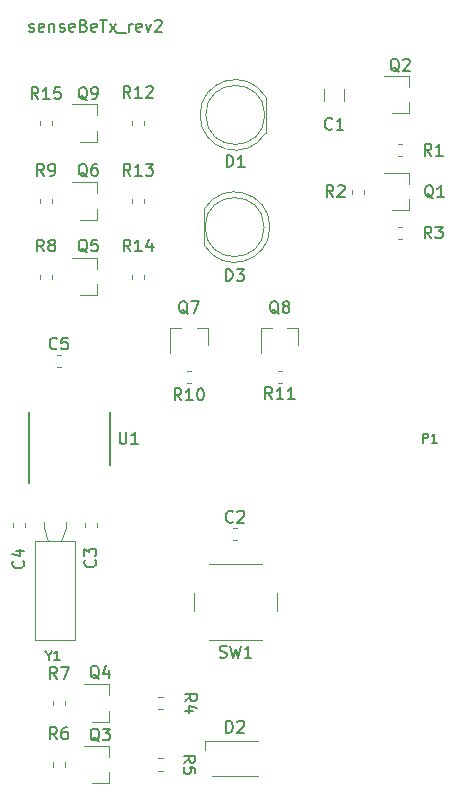
<source format=gto>
G04 #@! TF.GenerationSoftware,KiCad,Pcbnew,5.0.1-33cea8e~68~ubuntu16.04.1*
G04 #@! TF.CreationDate,2018-11-29T19:17:26+05:30*
G04 #@! TF.ProjectId,senseBeTx_rev2,73656E7365426554785F726576322E6B,rev?*
G04 #@! TF.SameCoordinates,Original*
G04 #@! TF.FileFunction,Legend,Top*
G04 #@! TF.FilePolarity,Positive*
%FSLAX46Y46*%
G04 Gerber Fmt 4.6, Leading zero omitted, Abs format (unit mm)*
G04 Created by KiCad (PCBNEW 5.0.1-33cea8e~68~ubuntu16.04.1) date Thu Nov 29 19:17:26 2018*
%MOMM*%
%LPD*%
G01*
G04 APERTURE LIST*
%ADD10C,0.150000*%
%ADD11C,0.120000*%
%ADD12C,0.127000*%
G04 APERTURE END LIST*
D10*
X15580952Y-122404761D02*
X15676190Y-122452380D01*
X15866666Y-122452380D01*
X15961904Y-122404761D01*
X16009523Y-122309523D01*
X16009523Y-122261904D01*
X15961904Y-122166666D01*
X15866666Y-122119047D01*
X15723809Y-122119047D01*
X15628571Y-122071428D01*
X15580952Y-121976190D01*
X15580952Y-121928571D01*
X15628571Y-121833333D01*
X15723809Y-121785714D01*
X15866666Y-121785714D01*
X15961904Y-121833333D01*
X16819047Y-122404761D02*
X16723809Y-122452380D01*
X16533333Y-122452380D01*
X16438095Y-122404761D01*
X16390476Y-122309523D01*
X16390476Y-121928571D01*
X16438095Y-121833333D01*
X16533333Y-121785714D01*
X16723809Y-121785714D01*
X16819047Y-121833333D01*
X16866666Y-121928571D01*
X16866666Y-122023809D01*
X16390476Y-122119047D01*
X17295238Y-121785714D02*
X17295238Y-122452380D01*
X17295238Y-121880952D02*
X17342857Y-121833333D01*
X17438095Y-121785714D01*
X17580952Y-121785714D01*
X17676190Y-121833333D01*
X17723809Y-121928571D01*
X17723809Y-122452380D01*
X18152380Y-122404761D02*
X18247619Y-122452380D01*
X18438095Y-122452380D01*
X18533333Y-122404761D01*
X18580952Y-122309523D01*
X18580952Y-122261904D01*
X18533333Y-122166666D01*
X18438095Y-122119047D01*
X18295238Y-122119047D01*
X18200000Y-122071428D01*
X18152380Y-121976190D01*
X18152380Y-121928571D01*
X18200000Y-121833333D01*
X18295238Y-121785714D01*
X18438095Y-121785714D01*
X18533333Y-121833333D01*
X19390476Y-122404761D02*
X19295238Y-122452380D01*
X19104761Y-122452380D01*
X19009523Y-122404761D01*
X18961904Y-122309523D01*
X18961904Y-121928571D01*
X19009523Y-121833333D01*
X19104761Y-121785714D01*
X19295238Y-121785714D01*
X19390476Y-121833333D01*
X19438095Y-121928571D01*
X19438095Y-122023809D01*
X18961904Y-122119047D01*
X20200000Y-121928571D02*
X20342857Y-121976190D01*
X20390476Y-122023809D01*
X20438095Y-122119047D01*
X20438095Y-122261904D01*
X20390476Y-122357142D01*
X20342857Y-122404761D01*
X20247619Y-122452380D01*
X19866666Y-122452380D01*
X19866666Y-121452380D01*
X20200000Y-121452380D01*
X20295238Y-121500000D01*
X20342857Y-121547619D01*
X20390476Y-121642857D01*
X20390476Y-121738095D01*
X20342857Y-121833333D01*
X20295238Y-121880952D01*
X20200000Y-121928571D01*
X19866666Y-121928571D01*
X21247619Y-122404761D02*
X21152380Y-122452380D01*
X20961904Y-122452380D01*
X20866666Y-122404761D01*
X20819047Y-122309523D01*
X20819047Y-121928571D01*
X20866666Y-121833333D01*
X20961904Y-121785714D01*
X21152380Y-121785714D01*
X21247619Y-121833333D01*
X21295238Y-121928571D01*
X21295238Y-122023809D01*
X20819047Y-122119047D01*
X21580952Y-121452380D02*
X22152380Y-121452380D01*
X21866666Y-122452380D02*
X21866666Y-121452380D01*
X22390476Y-122452380D02*
X22914285Y-121785714D01*
X22390476Y-121785714D02*
X22914285Y-122452380D01*
X23057142Y-122547619D02*
X23819047Y-122547619D01*
X24057142Y-122452380D02*
X24057142Y-121785714D01*
X24057142Y-121976190D02*
X24104761Y-121880952D01*
X24152380Y-121833333D01*
X24247619Y-121785714D01*
X24342857Y-121785714D01*
X25057142Y-122404761D02*
X24961904Y-122452380D01*
X24771428Y-122452380D01*
X24676190Y-122404761D01*
X24628571Y-122309523D01*
X24628571Y-121928571D01*
X24676190Y-121833333D01*
X24771428Y-121785714D01*
X24961904Y-121785714D01*
X25057142Y-121833333D01*
X25104761Y-121928571D01*
X25104761Y-122023809D01*
X24628571Y-122119047D01*
X25438095Y-121785714D02*
X25676190Y-122452380D01*
X25914285Y-121785714D01*
X26247619Y-121547619D02*
X26295238Y-121500000D01*
X26390476Y-121452380D01*
X26628571Y-121452380D01*
X26723809Y-121500000D01*
X26771428Y-121547619D01*
X26819047Y-121642857D01*
X26819047Y-121738095D01*
X26771428Y-121880952D01*
X26200000Y-122452380D01*
X26819047Y-122452380D01*
G04 #@! TO.C,U1*
X22450000Y-159125000D02*
X22450000Y-154675000D01*
X15550000Y-160650000D02*
X15550000Y-154675000D01*
D11*
G04 #@! TO.C,C1*
X40550000Y-127300000D02*
X40550000Y-128300000D01*
X42250000Y-128300000D02*
X42250000Y-127300000D01*
G04 #@! TO.C,C2*
X32828733Y-164490000D02*
X33171267Y-164490000D01*
X32828733Y-165510000D02*
X33171267Y-165510000D01*
G04 #@! TO.C,C3*
X21310000Y-164028733D02*
X21310000Y-164371267D01*
X20290000Y-164028733D02*
X20290000Y-164371267D01*
G04 #@! TO.C,C4*
X14190000Y-164028733D02*
X14190000Y-164371267D01*
X15210000Y-164028733D02*
X15210000Y-164371267D01*
G04 #@! TO.C,D1*
X30040000Y-129499538D02*
G75*
G03X35590000Y-131044830I2990000J-462D01*
G01*
X30040000Y-129500462D02*
G75*
G02X35590000Y-127955170I2990000J462D01*
G01*
X35530000Y-129500000D02*
G75*
G03X35530000Y-129500000I-2500000J0D01*
G01*
X35590000Y-131045000D02*
X35590000Y-127955000D01*
G04 #@! TO.C,D3*
X30410000Y-137455000D02*
X30410000Y-140545000D01*
X35470000Y-139000000D02*
G75*
G03X35470000Y-139000000I-2500000J0D01*
G01*
X35960000Y-139000462D02*
G75*
G03X30410000Y-137455170I-2990000J462D01*
G01*
X35960000Y-138999538D02*
G75*
G02X30410000Y-140544830I-2990000J-462D01*
G01*
G04 #@! TO.C,Q2*
X47760000Y-129380000D02*
X47760000Y-128450000D01*
X47760000Y-126220000D02*
X47760000Y-127150000D01*
X47760000Y-126220000D02*
X45600000Y-126220000D01*
X47760000Y-129380000D02*
X46300000Y-129380000D01*
G04 #@! TO.C,Q3*
X22360000Y-186080000D02*
X20900000Y-186080000D01*
X22360000Y-182920000D02*
X20200000Y-182920000D01*
X22360000Y-182920000D02*
X22360000Y-183850000D01*
X22360000Y-186080000D02*
X22360000Y-185150000D01*
G04 #@! TO.C,Q4*
X22360000Y-180880000D02*
X22360000Y-179950000D01*
X22360000Y-177720000D02*
X22360000Y-178650000D01*
X22360000Y-177720000D02*
X20200000Y-177720000D01*
X22360000Y-180880000D02*
X20900000Y-180880000D01*
G04 #@! TO.C,Q5*
X21360000Y-144780000D02*
X19900000Y-144780000D01*
X21360000Y-141620000D02*
X19200000Y-141620000D01*
X21360000Y-141620000D02*
X21360000Y-142550000D01*
X21360000Y-144780000D02*
X21360000Y-143850000D01*
G04 #@! TO.C,Q6*
X21360000Y-138380000D02*
X21360000Y-137450000D01*
X21360000Y-135220000D02*
X21360000Y-136150000D01*
X21360000Y-135220000D02*
X19200000Y-135220000D01*
X21360000Y-138380000D02*
X19900000Y-138380000D01*
G04 #@! TO.C,Q7*
X30680000Y-147540000D02*
X30680000Y-149000000D01*
X27520000Y-147540000D02*
X27520000Y-149700000D01*
X27520000Y-147540000D02*
X28450000Y-147540000D01*
X30680000Y-147540000D02*
X29750000Y-147540000D01*
G04 #@! TO.C,Q8*
X38380000Y-147540000D02*
X37450000Y-147540000D01*
X35220000Y-147540000D02*
X36150000Y-147540000D01*
X35220000Y-147540000D02*
X35220000Y-149700000D01*
X38380000Y-147540000D02*
X38380000Y-149000000D01*
G04 #@! TO.C,R1*
X46828733Y-133010000D02*
X47171267Y-133010000D01*
X46828733Y-131990000D02*
X47171267Y-131990000D01*
G04 #@! TO.C,R2*
X42890000Y-136171267D02*
X42890000Y-135828733D01*
X43910000Y-136171267D02*
X43910000Y-135828733D01*
G04 #@! TO.C,R3*
X46828733Y-140010000D02*
X47171267Y-140010000D01*
X46828733Y-138990000D02*
X47171267Y-138990000D01*
G04 #@! TO.C,R4*
X26528733Y-179810000D02*
X26871267Y-179810000D01*
X26528733Y-178790000D02*
X26871267Y-178790000D01*
G04 #@! TO.C,R5*
X26528733Y-183990000D02*
X26871267Y-183990000D01*
X26528733Y-185010000D02*
X26871267Y-185010000D01*
G04 #@! TO.C,R6*
X18610000Y-184671267D02*
X18610000Y-184328733D01*
X17590000Y-184671267D02*
X17590000Y-184328733D01*
G04 #@! TO.C,R7*
X17590000Y-179471267D02*
X17590000Y-179128733D01*
X18610000Y-179471267D02*
X18610000Y-179128733D01*
G04 #@! TO.C,R8*
X17510000Y-143028733D02*
X17510000Y-143371267D01*
X16490000Y-143028733D02*
X16490000Y-143371267D01*
G04 #@! TO.C,R9*
X16490000Y-136628733D02*
X16490000Y-136971267D01*
X17510000Y-136628733D02*
X17510000Y-136971267D01*
G04 #@! TO.C,R10*
X29271267Y-152210000D02*
X28928733Y-152210000D01*
X29271267Y-151190000D02*
X28928733Y-151190000D01*
G04 #@! TO.C,R11*
X36971267Y-152210000D02*
X36628733Y-152210000D01*
X36971267Y-151190000D02*
X36628733Y-151190000D01*
G04 #@! TO.C,R12*
X25310000Y-130371267D02*
X25310000Y-130028733D01*
X24290000Y-130371267D02*
X24290000Y-130028733D01*
G04 #@! TO.C,R13*
X24290000Y-136971267D02*
X24290000Y-136628733D01*
X25310000Y-136971267D02*
X25310000Y-136628733D01*
G04 #@! TO.C,Y1*
X16050000Y-165600000D02*
X16050000Y-174000000D01*
X16050000Y-174000000D02*
X19450000Y-174000000D01*
X19450000Y-174000000D02*
X19450000Y-165600000D01*
X19450000Y-165600000D02*
X16050000Y-165600000D01*
X17205000Y-165600000D02*
X16800000Y-164450000D01*
X16800000Y-164450000D02*
X16800000Y-164000000D01*
X18295000Y-165600000D02*
X18700000Y-164450000D01*
X18700000Y-164450000D02*
X18700000Y-164000000D01*
G04 #@! TO.C,C5*
X18271267Y-150810000D02*
X17928733Y-150810000D01*
X18271267Y-149790000D02*
X17928733Y-149790000D01*
G04 #@! TO.C,D2*
X30500000Y-183300000D02*
X30500000Y-182500000D01*
X30499956Y-182500000D02*
X34950000Y-182500000D01*
X31050000Y-185500000D02*
X34950000Y-185500000D01*
G04 #@! TO.C,R14*
X25310000Y-143371267D02*
X25310000Y-143028733D01*
X24290000Y-143371267D02*
X24290000Y-143028733D01*
G04 #@! TO.C,R15*
X17510000Y-130028733D02*
X17510000Y-130371267D01*
X16490000Y-130028733D02*
X16490000Y-130371267D01*
G04 #@! TO.C,Q1*
X47760000Y-137580000D02*
X47760000Y-136650000D01*
X47760000Y-134420000D02*
X47760000Y-135350000D01*
X47760000Y-134420000D02*
X45600000Y-134420000D01*
X47760000Y-137580000D02*
X46300000Y-137580000D01*
G04 #@! TO.C,Q9*
X21360000Y-131780000D02*
X21360000Y-130850000D01*
X21360000Y-128620000D02*
X21360000Y-129550000D01*
X21360000Y-128620000D02*
X19200000Y-128620000D01*
X21360000Y-131780000D02*
X19900000Y-131780000D01*
G04 #@! TO.C,SW1*
X35300000Y-167500000D02*
X30800000Y-167500000D01*
X36550000Y-171500000D02*
X36550000Y-170000000D01*
X30800000Y-174000000D02*
X35300000Y-174000000D01*
X29550000Y-170000000D02*
X29550000Y-171500000D01*
G04 #@! TO.C,U1*
D10*
X23238095Y-156352380D02*
X23238095Y-157161904D01*
X23285714Y-157257142D01*
X23333333Y-157304761D01*
X23428571Y-157352380D01*
X23619047Y-157352380D01*
X23714285Y-157304761D01*
X23761904Y-157257142D01*
X23809523Y-157161904D01*
X23809523Y-156352380D01*
X24809523Y-157352380D02*
X24238095Y-157352380D01*
X24523809Y-157352380D02*
X24523809Y-156352380D01*
X24428571Y-156495238D01*
X24333333Y-156590476D01*
X24238095Y-156638095D01*
G04 #@! TO.C,C1*
X41233333Y-130657142D02*
X41185714Y-130704761D01*
X41042857Y-130752380D01*
X40947619Y-130752380D01*
X40804761Y-130704761D01*
X40709523Y-130609523D01*
X40661904Y-130514285D01*
X40614285Y-130323809D01*
X40614285Y-130180952D01*
X40661904Y-129990476D01*
X40709523Y-129895238D01*
X40804761Y-129800000D01*
X40947619Y-129752380D01*
X41042857Y-129752380D01*
X41185714Y-129800000D01*
X41233333Y-129847619D01*
X42185714Y-130752380D02*
X41614285Y-130752380D01*
X41900000Y-130752380D02*
X41900000Y-129752380D01*
X41804761Y-129895238D01*
X41709523Y-129990476D01*
X41614285Y-130038095D01*
G04 #@! TO.C,C2*
X32833333Y-163927142D02*
X32785714Y-163974761D01*
X32642857Y-164022380D01*
X32547619Y-164022380D01*
X32404761Y-163974761D01*
X32309523Y-163879523D01*
X32261904Y-163784285D01*
X32214285Y-163593809D01*
X32214285Y-163450952D01*
X32261904Y-163260476D01*
X32309523Y-163165238D01*
X32404761Y-163070000D01*
X32547619Y-163022380D01*
X32642857Y-163022380D01*
X32785714Y-163070000D01*
X32833333Y-163117619D01*
X33214285Y-163117619D02*
X33261904Y-163070000D01*
X33357142Y-163022380D01*
X33595238Y-163022380D01*
X33690476Y-163070000D01*
X33738095Y-163117619D01*
X33785714Y-163212857D01*
X33785714Y-163308095D01*
X33738095Y-163450952D01*
X33166666Y-164022380D01*
X33785714Y-164022380D01*
G04 #@! TO.C,C3*
X21157142Y-167166666D02*
X21204761Y-167214285D01*
X21252380Y-167357142D01*
X21252380Y-167452380D01*
X21204761Y-167595238D01*
X21109523Y-167690476D01*
X21014285Y-167738095D01*
X20823809Y-167785714D01*
X20680952Y-167785714D01*
X20490476Y-167738095D01*
X20395238Y-167690476D01*
X20300000Y-167595238D01*
X20252380Y-167452380D01*
X20252380Y-167357142D01*
X20300000Y-167214285D01*
X20347619Y-167166666D01*
X20252380Y-166833333D02*
X20252380Y-166214285D01*
X20633333Y-166547619D01*
X20633333Y-166404761D01*
X20680952Y-166309523D01*
X20728571Y-166261904D01*
X20823809Y-166214285D01*
X21061904Y-166214285D01*
X21157142Y-166261904D01*
X21204761Y-166309523D01*
X21252380Y-166404761D01*
X21252380Y-166690476D01*
X21204761Y-166785714D01*
X21157142Y-166833333D01*
G04 #@! TO.C,C4*
X15057142Y-167266666D02*
X15104761Y-167314285D01*
X15152380Y-167457142D01*
X15152380Y-167552380D01*
X15104761Y-167695238D01*
X15009523Y-167790476D01*
X14914285Y-167838095D01*
X14723809Y-167885714D01*
X14580952Y-167885714D01*
X14390476Y-167838095D01*
X14295238Y-167790476D01*
X14200000Y-167695238D01*
X14152380Y-167552380D01*
X14152380Y-167457142D01*
X14200000Y-167314285D01*
X14247619Y-167266666D01*
X14485714Y-166409523D02*
X15152380Y-166409523D01*
X14104761Y-166647619D02*
X14819047Y-166885714D01*
X14819047Y-166266666D01*
G04 #@! TO.C,D1*
X32291904Y-133912380D02*
X32291904Y-132912380D01*
X32530000Y-132912380D01*
X32672857Y-132960000D01*
X32768095Y-133055238D01*
X32815714Y-133150476D01*
X32863333Y-133340952D01*
X32863333Y-133483809D01*
X32815714Y-133674285D01*
X32768095Y-133769523D01*
X32672857Y-133864761D01*
X32530000Y-133912380D01*
X32291904Y-133912380D01*
X33815714Y-133912380D02*
X33244285Y-133912380D01*
X33530000Y-133912380D02*
X33530000Y-132912380D01*
X33434761Y-133055238D01*
X33339523Y-133150476D01*
X33244285Y-133198095D01*
G04 #@! TO.C,D3*
X32231904Y-143552380D02*
X32231904Y-142552380D01*
X32470000Y-142552380D01*
X32612857Y-142600000D01*
X32708095Y-142695238D01*
X32755714Y-142790476D01*
X32803333Y-142980952D01*
X32803333Y-143123809D01*
X32755714Y-143314285D01*
X32708095Y-143409523D01*
X32612857Y-143504761D01*
X32470000Y-143552380D01*
X32231904Y-143552380D01*
X33136666Y-142552380D02*
X33755714Y-142552380D01*
X33422380Y-142933333D01*
X33565238Y-142933333D01*
X33660476Y-142980952D01*
X33708095Y-143028571D01*
X33755714Y-143123809D01*
X33755714Y-143361904D01*
X33708095Y-143457142D01*
X33660476Y-143504761D01*
X33565238Y-143552380D01*
X33279523Y-143552380D01*
X33184285Y-143504761D01*
X33136666Y-143457142D01*
G04 #@! TO.C,*
G04 #@! TO.C,P1*
D12*
X48937571Y-157244714D02*
X48937571Y-156482714D01*
X49227857Y-156482714D01*
X49300428Y-156519000D01*
X49336714Y-156555285D01*
X49373000Y-156627857D01*
X49373000Y-156736714D01*
X49336714Y-156809285D01*
X49300428Y-156845571D01*
X49227857Y-156881857D01*
X48937571Y-156881857D01*
X50098714Y-157244714D02*
X49663285Y-157244714D01*
X49881000Y-157244714D02*
X49881000Y-156482714D01*
X49808428Y-156591571D01*
X49735857Y-156664142D01*
X49663285Y-156700428D01*
G04 #@! TO.C,Q2*
D10*
X46904761Y-125847619D02*
X46809523Y-125800000D01*
X46714285Y-125704761D01*
X46571428Y-125561904D01*
X46476190Y-125514285D01*
X46380952Y-125514285D01*
X46428571Y-125752380D02*
X46333333Y-125704761D01*
X46238095Y-125609523D01*
X46190476Y-125419047D01*
X46190476Y-125085714D01*
X46238095Y-124895238D01*
X46333333Y-124800000D01*
X46428571Y-124752380D01*
X46619047Y-124752380D01*
X46714285Y-124800000D01*
X46809523Y-124895238D01*
X46857142Y-125085714D01*
X46857142Y-125419047D01*
X46809523Y-125609523D01*
X46714285Y-125704761D01*
X46619047Y-125752380D01*
X46428571Y-125752380D01*
X47238095Y-124847619D02*
X47285714Y-124800000D01*
X47380952Y-124752380D01*
X47619047Y-124752380D01*
X47714285Y-124800000D01*
X47761904Y-124847619D01*
X47809523Y-124942857D01*
X47809523Y-125038095D01*
X47761904Y-125180952D01*
X47190476Y-125752380D01*
X47809523Y-125752380D01*
G04 #@! TO.C,Q3*
X21504761Y-182547619D02*
X21409523Y-182500000D01*
X21314285Y-182404761D01*
X21171428Y-182261904D01*
X21076190Y-182214285D01*
X20980952Y-182214285D01*
X21028571Y-182452380D02*
X20933333Y-182404761D01*
X20838095Y-182309523D01*
X20790476Y-182119047D01*
X20790476Y-181785714D01*
X20838095Y-181595238D01*
X20933333Y-181500000D01*
X21028571Y-181452380D01*
X21219047Y-181452380D01*
X21314285Y-181500000D01*
X21409523Y-181595238D01*
X21457142Y-181785714D01*
X21457142Y-182119047D01*
X21409523Y-182309523D01*
X21314285Y-182404761D01*
X21219047Y-182452380D01*
X21028571Y-182452380D01*
X21790476Y-181452380D02*
X22409523Y-181452380D01*
X22076190Y-181833333D01*
X22219047Y-181833333D01*
X22314285Y-181880952D01*
X22361904Y-181928571D01*
X22409523Y-182023809D01*
X22409523Y-182261904D01*
X22361904Y-182357142D01*
X22314285Y-182404761D01*
X22219047Y-182452380D01*
X21933333Y-182452380D01*
X21838095Y-182404761D01*
X21790476Y-182357142D01*
G04 #@! TO.C,Q4*
X21504761Y-177247619D02*
X21409523Y-177200000D01*
X21314285Y-177104761D01*
X21171428Y-176961904D01*
X21076190Y-176914285D01*
X20980952Y-176914285D01*
X21028571Y-177152380D02*
X20933333Y-177104761D01*
X20838095Y-177009523D01*
X20790476Y-176819047D01*
X20790476Y-176485714D01*
X20838095Y-176295238D01*
X20933333Y-176200000D01*
X21028571Y-176152380D01*
X21219047Y-176152380D01*
X21314285Y-176200000D01*
X21409523Y-176295238D01*
X21457142Y-176485714D01*
X21457142Y-176819047D01*
X21409523Y-177009523D01*
X21314285Y-177104761D01*
X21219047Y-177152380D01*
X21028571Y-177152380D01*
X22314285Y-176485714D02*
X22314285Y-177152380D01*
X22076190Y-176104761D02*
X21838095Y-176819047D01*
X22457142Y-176819047D01*
G04 #@! TO.C,Q5*
X20504761Y-141147619D02*
X20409523Y-141100000D01*
X20314285Y-141004761D01*
X20171428Y-140861904D01*
X20076190Y-140814285D01*
X19980952Y-140814285D01*
X20028571Y-141052380D02*
X19933333Y-141004761D01*
X19838095Y-140909523D01*
X19790476Y-140719047D01*
X19790476Y-140385714D01*
X19838095Y-140195238D01*
X19933333Y-140100000D01*
X20028571Y-140052380D01*
X20219047Y-140052380D01*
X20314285Y-140100000D01*
X20409523Y-140195238D01*
X20457142Y-140385714D01*
X20457142Y-140719047D01*
X20409523Y-140909523D01*
X20314285Y-141004761D01*
X20219047Y-141052380D01*
X20028571Y-141052380D01*
X21361904Y-140052380D02*
X20885714Y-140052380D01*
X20838095Y-140528571D01*
X20885714Y-140480952D01*
X20980952Y-140433333D01*
X21219047Y-140433333D01*
X21314285Y-140480952D01*
X21361904Y-140528571D01*
X21409523Y-140623809D01*
X21409523Y-140861904D01*
X21361904Y-140957142D01*
X21314285Y-141004761D01*
X21219047Y-141052380D01*
X20980952Y-141052380D01*
X20885714Y-141004761D01*
X20838095Y-140957142D01*
G04 #@! TO.C,Q6*
X20504761Y-134747619D02*
X20409523Y-134700000D01*
X20314285Y-134604761D01*
X20171428Y-134461904D01*
X20076190Y-134414285D01*
X19980952Y-134414285D01*
X20028571Y-134652380D02*
X19933333Y-134604761D01*
X19838095Y-134509523D01*
X19790476Y-134319047D01*
X19790476Y-133985714D01*
X19838095Y-133795238D01*
X19933333Y-133700000D01*
X20028571Y-133652380D01*
X20219047Y-133652380D01*
X20314285Y-133700000D01*
X20409523Y-133795238D01*
X20457142Y-133985714D01*
X20457142Y-134319047D01*
X20409523Y-134509523D01*
X20314285Y-134604761D01*
X20219047Y-134652380D01*
X20028571Y-134652380D01*
X21314285Y-133652380D02*
X21123809Y-133652380D01*
X21028571Y-133700000D01*
X20980952Y-133747619D01*
X20885714Y-133890476D01*
X20838095Y-134080952D01*
X20838095Y-134461904D01*
X20885714Y-134557142D01*
X20933333Y-134604761D01*
X21028571Y-134652380D01*
X21219047Y-134652380D01*
X21314285Y-134604761D01*
X21361904Y-134557142D01*
X21409523Y-134461904D01*
X21409523Y-134223809D01*
X21361904Y-134128571D01*
X21314285Y-134080952D01*
X21219047Y-134033333D01*
X21028571Y-134033333D01*
X20933333Y-134080952D01*
X20885714Y-134128571D01*
X20838095Y-134223809D01*
G04 #@! TO.C,Q7*
X29004761Y-146347619D02*
X28909523Y-146300000D01*
X28814285Y-146204761D01*
X28671428Y-146061904D01*
X28576190Y-146014285D01*
X28480952Y-146014285D01*
X28528571Y-146252380D02*
X28433333Y-146204761D01*
X28338095Y-146109523D01*
X28290476Y-145919047D01*
X28290476Y-145585714D01*
X28338095Y-145395238D01*
X28433333Y-145300000D01*
X28528571Y-145252380D01*
X28719047Y-145252380D01*
X28814285Y-145300000D01*
X28909523Y-145395238D01*
X28957142Y-145585714D01*
X28957142Y-145919047D01*
X28909523Y-146109523D01*
X28814285Y-146204761D01*
X28719047Y-146252380D01*
X28528571Y-146252380D01*
X29290476Y-145252380D02*
X29957142Y-145252380D01*
X29528571Y-146252380D01*
G04 #@! TO.C,Q8*
X36704761Y-146347619D02*
X36609523Y-146300000D01*
X36514285Y-146204761D01*
X36371428Y-146061904D01*
X36276190Y-146014285D01*
X36180952Y-146014285D01*
X36228571Y-146252380D02*
X36133333Y-146204761D01*
X36038095Y-146109523D01*
X35990476Y-145919047D01*
X35990476Y-145585714D01*
X36038095Y-145395238D01*
X36133333Y-145300000D01*
X36228571Y-145252380D01*
X36419047Y-145252380D01*
X36514285Y-145300000D01*
X36609523Y-145395238D01*
X36657142Y-145585714D01*
X36657142Y-145919047D01*
X36609523Y-146109523D01*
X36514285Y-146204761D01*
X36419047Y-146252380D01*
X36228571Y-146252380D01*
X37228571Y-145680952D02*
X37133333Y-145633333D01*
X37085714Y-145585714D01*
X37038095Y-145490476D01*
X37038095Y-145442857D01*
X37085714Y-145347619D01*
X37133333Y-145300000D01*
X37228571Y-145252380D01*
X37419047Y-145252380D01*
X37514285Y-145300000D01*
X37561904Y-145347619D01*
X37609523Y-145442857D01*
X37609523Y-145490476D01*
X37561904Y-145585714D01*
X37514285Y-145633333D01*
X37419047Y-145680952D01*
X37228571Y-145680952D01*
X37133333Y-145728571D01*
X37085714Y-145776190D01*
X37038095Y-145871428D01*
X37038095Y-146061904D01*
X37085714Y-146157142D01*
X37133333Y-146204761D01*
X37228571Y-146252380D01*
X37419047Y-146252380D01*
X37514285Y-146204761D01*
X37561904Y-146157142D01*
X37609523Y-146061904D01*
X37609523Y-145871428D01*
X37561904Y-145776190D01*
X37514285Y-145728571D01*
X37419047Y-145680952D01*
G04 #@! TO.C,R1*
X49633333Y-132952380D02*
X49300000Y-132476190D01*
X49061904Y-132952380D02*
X49061904Y-131952380D01*
X49442857Y-131952380D01*
X49538095Y-132000000D01*
X49585714Y-132047619D01*
X49633333Y-132142857D01*
X49633333Y-132285714D01*
X49585714Y-132380952D01*
X49538095Y-132428571D01*
X49442857Y-132476190D01*
X49061904Y-132476190D01*
X50585714Y-132952380D02*
X50014285Y-132952380D01*
X50300000Y-132952380D02*
X50300000Y-131952380D01*
X50204761Y-132095238D01*
X50109523Y-132190476D01*
X50014285Y-132238095D01*
G04 #@! TO.C,R2*
X41333333Y-136452380D02*
X41000000Y-135976190D01*
X40761904Y-136452380D02*
X40761904Y-135452380D01*
X41142857Y-135452380D01*
X41238095Y-135500000D01*
X41285714Y-135547619D01*
X41333333Y-135642857D01*
X41333333Y-135785714D01*
X41285714Y-135880952D01*
X41238095Y-135928571D01*
X41142857Y-135976190D01*
X40761904Y-135976190D01*
X41714285Y-135547619D02*
X41761904Y-135500000D01*
X41857142Y-135452380D01*
X42095238Y-135452380D01*
X42190476Y-135500000D01*
X42238095Y-135547619D01*
X42285714Y-135642857D01*
X42285714Y-135738095D01*
X42238095Y-135880952D01*
X41666666Y-136452380D01*
X42285714Y-136452380D01*
G04 #@! TO.C,R3*
X49633333Y-139952380D02*
X49300000Y-139476190D01*
X49061904Y-139952380D02*
X49061904Y-138952380D01*
X49442857Y-138952380D01*
X49538095Y-139000000D01*
X49585714Y-139047619D01*
X49633333Y-139142857D01*
X49633333Y-139285714D01*
X49585714Y-139380952D01*
X49538095Y-139428571D01*
X49442857Y-139476190D01*
X49061904Y-139476190D01*
X49966666Y-138952380D02*
X50585714Y-138952380D01*
X50252380Y-139333333D01*
X50395238Y-139333333D01*
X50490476Y-139380952D01*
X50538095Y-139428571D01*
X50585714Y-139523809D01*
X50585714Y-139761904D01*
X50538095Y-139857142D01*
X50490476Y-139904761D01*
X50395238Y-139952380D01*
X50109523Y-139952380D01*
X50014285Y-139904761D01*
X49966666Y-139857142D01*
G04 #@! TO.C,R4*
X28747619Y-179133333D02*
X29223809Y-178800000D01*
X28747619Y-178561904D02*
X29747619Y-178561904D01*
X29747619Y-178942857D01*
X29700000Y-179038095D01*
X29652380Y-179085714D01*
X29557142Y-179133333D01*
X29414285Y-179133333D01*
X29319047Y-179085714D01*
X29271428Y-179038095D01*
X29223809Y-178942857D01*
X29223809Y-178561904D01*
X29414285Y-179990476D02*
X28747619Y-179990476D01*
X29795238Y-179752380D02*
X29080952Y-179514285D01*
X29080952Y-180133333D01*
G04 #@! TO.C,R5*
X28647619Y-184333333D02*
X29123809Y-184000000D01*
X28647619Y-183761904D02*
X29647619Y-183761904D01*
X29647619Y-184142857D01*
X29600000Y-184238095D01*
X29552380Y-184285714D01*
X29457142Y-184333333D01*
X29314285Y-184333333D01*
X29219047Y-184285714D01*
X29171428Y-184238095D01*
X29123809Y-184142857D01*
X29123809Y-183761904D01*
X29647619Y-185238095D02*
X29647619Y-184761904D01*
X29171428Y-184714285D01*
X29219047Y-184761904D01*
X29266666Y-184857142D01*
X29266666Y-185095238D01*
X29219047Y-185190476D01*
X29171428Y-185238095D01*
X29076190Y-185285714D01*
X28838095Y-185285714D01*
X28742857Y-185238095D01*
X28695238Y-185190476D01*
X28647619Y-185095238D01*
X28647619Y-184857142D01*
X28695238Y-184761904D01*
X28742857Y-184714285D01*
G04 #@! TO.C,R6*
X17933333Y-182352380D02*
X17600000Y-181876190D01*
X17361904Y-182352380D02*
X17361904Y-181352380D01*
X17742857Y-181352380D01*
X17838095Y-181400000D01*
X17885714Y-181447619D01*
X17933333Y-181542857D01*
X17933333Y-181685714D01*
X17885714Y-181780952D01*
X17838095Y-181828571D01*
X17742857Y-181876190D01*
X17361904Y-181876190D01*
X18790476Y-181352380D02*
X18600000Y-181352380D01*
X18504761Y-181400000D01*
X18457142Y-181447619D01*
X18361904Y-181590476D01*
X18314285Y-181780952D01*
X18314285Y-182161904D01*
X18361904Y-182257142D01*
X18409523Y-182304761D01*
X18504761Y-182352380D01*
X18695238Y-182352380D01*
X18790476Y-182304761D01*
X18838095Y-182257142D01*
X18885714Y-182161904D01*
X18885714Y-181923809D01*
X18838095Y-181828571D01*
X18790476Y-181780952D01*
X18695238Y-181733333D01*
X18504761Y-181733333D01*
X18409523Y-181780952D01*
X18361904Y-181828571D01*
X18314285Y-181923809D01*
G04 #@! TO.C,R7*
X17933333Y-177252380D02*
X17600000Y-176776190D01*
X17361904Y-177252380D02*
X17361904Y-176252380D01*
X17742857Y-176252380D01*
X17838095Y-176300000D01*
X17885714Y-176347619D01*
X17933333Y-176442857D01*
X17933333Y-176585714D01*
X17885714Y-176680952D01*
X17838095Y-176728571D01*
X17742857Y-176776190D01*
X17361904Y-176776190D01*
X18266666Y-176252380D02*
X18933333Y-176252380D01*
X18504761Y-177252380D01*
G04 #@! TO.C,R8*
X16833333Y-141052380D02*
X16500000Y-140576190D01*
X16261904Y-141052380D02*
X16261904Y-140052380D01*
X16642857Y-140052380D01*
X16738095Y-140100000D01*
X16785714Y-140147619D01*
X16833333Y-140242857D01*
X16833333Y-140385714D01*
X16785714Y-140480952D01*
X16738095Y-140528571D01*
X16642857Y-140576190D01*
X16261904Y-140576190D01*
X17404761Y-140480952D02*
X17309523Y-140433333D01*
X17261904Y-140385714D01*
X17214285Y-140290476D01*
X17214285Y-140242857D01*
X17261904Y-140147619D01*
X17309523Y-140100000D01*
X17404761Y-140052380D01*
X17595238Y-140052380D01*
X17690476Y-140100000D01*
X17738095Y-140147619D01*
X17785714Y-140242857D01*
X17785714Y-140290476D01*
X17738095Y-140385714D01*
X17690476Y-140433333D01*
X17595238Y-140480952D01*
X17404761Y-140480952D01*
X17309523Y-140528571D01*
X17261904Y-140576190D01*
X17214285Y-140671428D01*
X17214285Y-140861904D01*
X17261904Y-140957142D01*
X17309523Y-141004761D01*
X17404761Y-141052380D01*
X17595238Y-141052380D01*
X17690476Y-141004761D01*
X17738095Y-140957142D01*
X17785714Y-140861904D01*
X17785714Y-140671428D01*
X17738095Y-140576190D01*
X17690476Y-140528571D01*
X17595238Y-140480952D01*
G04 #@! TO.C,R9*
X16833333Y-134652380D02*
X16500000Y-134176190D01*
X16261904Y-134652380D02*
X16261904Y-133652380D01*
X16642857Y-133652380D01*
X16738095Y-133700000D01*
X16785714Y-133747619D01*
X16833333Y-133842857D01*
X16833333Y-133985714D01*
X16785714Y-134080952D01*
X16738095Y-134128571D01*
X16642857Y-134176190D01*
X16261904Y-134176190D01*
X17309523Y-134652380D02*
X17500000Y-134652380D01*
X17595238Y-134604761D01*
X17642857Y-134557142D01*
X17738095Y-134414285D01*
X17785714Y-134223809D01*
X17785714Y-133842857D01*
X17738095Y-133747619D01*
X17690476Y-133700000D01*
X17595238Y-133652380D01*
X17404761Y-133652380D01*
X17309523Y-133700000D01*
X17261904Y-133747619D01*
X17214285Y-133842857D01*
X17214285Y-134080952D01*
X17261904Y-134176190D01*
X17309523Y-134223809D01*
X17404761Y-134271428D01*
X17595238Y-134271428D01*
X17690476Y-134223809D01*
X17738095Y-134176190D01*
X17785714Y-134080952D01*
G04 #@! TO.C,R10*
X28457142Y-153652380D02*
X28123809Y-153176190D01*
X27885714Y-153652380D02*
X27885714Y-152652380D01*
X28266666Y-152652380D01*
X28361904Y-152700000D01*
X28409523Y-152747619D01*
X28457142Y-152842857D01*
X28457142Y-152985714D01*
X28409523Y-153080952D01*
X28361904Y-153128571D01*
X28266666Y-153176190D01*
X27885714Y-153176190D01*
X29409523Y-153652380D02*
X28838095Y-153652380D01*
X29123809Y-153652380D02*
X29123809Y-152652380D01*
X29028571Y-152795238D01*
X28933333Y-152890476D01*
X28838095Y-152938095D01*
X30028571Y-152652380D02*
X30123809Y-152652380D01*
X30219047Y-152700000D01*
X30266666Y-152747619D01*
X30314285Y-152842857D01*
X30361904Y-153033333D01*
X30361904Y-153271428D01*
X30314285Y-153461904D01*
X30266666Y-153557142D01*
X30219047Y-153604761D01*
X30123809Y-153652380D01*
X30028571Y-153652380D01*
X29933333Y-153604761D01*
X29885714Y-153557142D01*
X29838095Y-153461904D01*
X29790476Y-153271428D01*
X29790476Y-153033333D01*
X29838095Y-152842857D01*
X29885714Y-152747619D01*
X29933333Y-152700000D01*
X30028571Y-152652380D01*
G04 #@! TO.C,R11*
X36157142Y-153552380D02*
X35823809Y-153076190D01*
X35585714Y-153552380D02*
X35585714Y-152552380D01*
X35966666Y-152552380D01*
X36061904Y-152600000D01*
X36109523Y-152647619D01*
X36157142Y-152742857D01*
X36157142Y-152885714D01*
X36109523Y-152980952D01*
X36061904Y-153028571D01*
X35966666Y-153076190D01*
X35585714Y-153076190D01*
X37109523Y-153552380D02*
X36538095Y-153552380D01*
X36823809Y-153552380D02*
X36823809Y-152552380D01*
X36728571Y-152695238D01*
X36633333Y-152790476D01*
X36538095Y-152838095D01*
X38061904Y-153552380D02*
X37490476Y-153552380D01*
X37776190Y-153552380D02*
X37776190Y-152552380D01*
X37680952Y-152695238D01*
X37585714Y-152790476D01*
X37490476Y-152838095D01*
G04 #@! TO.C,R12*
X24157142Y-128052380D02*
X23823809Y-127576190D01*
X23585714Y-128052380D02*
X23585714Y-127052380D01*
X23966666Y-127052380D01*
X24061904Y-127100000D01*
X24109523Y-127147619D01*
X24157142Y-127242857D01*
X24157142Y-127385714D01*
X24109523Y-127480952D01*
X24061904Y-127528571D01*
X23966666Y-127576190D01*
X23585714Y-127576190D01*
X25109523Y-128052380D02*
X24538095Y-128052380D01*
X24823809Y-128052380D02*
X24823809Y-127052380D01*
X24728571Y-127195238D01*
X24633333Y-127290476D01*
X24538095Y-127338095D01*
X25490476Y-127147619D02*
X25538095Y-127100000D01*
X25633333Y-127052380D01*
X25871428Y-127052380D01*
X25966666Y-127100000D01*
X26014285Y-127147619D01*
X26061904Y-127242857D01*
X26061904Y-127338095D01*
X26014285Y-127480952D01*
X25442857Y-128052380D01*
X26061904Y-128052380D01*
G04 #@! TO.C,R13*
X24157142Y-134652380D02*
X23823809Y-134176190D01*
X23585714Y-134652380D02*
X23585714Y-133652380D01*
X23966666Y-133652380D01*
X24061904Y-133700000D01*
X24109523Y-133747619D01*
X24157142Y-133842857D01*
X24157142Y-133985714D01*
X24109523Y-134080952D01*
X24061904Y-134128571D01*
X23966666Y-134176190D01*
X23585714Y-134176190D01*
X25109523Y-134652380D02*
X24538095Y-134652380D01*
X24823809Y-134652380D02*
X24823809Y-133652380D01*
X24728571Y-133795238D01*
X24633333Y-133890476D01*
X24538095Y-133938095D01*
X25442857Y-133652380D02*
X26061904Y-133652380D01*
X25728571Y-134033333D01*
X25871428Y-134033333D01*
X25966666Y-134080952D01*
X26014285Y-134128571D01*
X26061904Y-134223809D01*
X26061904Y-134461904D01*
X26014285Y-134557142D01*
X25966666Y-134604761D01*
X25871428Y-134652380D01*
X25585714Y-134652380D01*
X25490476Y-134604761D01*
X25442857Y-134557142D01*
G04 #@! TO.C,Y1*
X17219047Y-175280952D02*
X17219047Y-175661904D01*
X16952380Y-174861904D02*
X17219047Y-175280952D01*
X17485714Y-174861904D01*
X18171428Y-175661904D02*
X17714285Y-175661904D01*
X17942857Y-175661904D02*
X17942857Y-174861904D01*
X17866666Y-174976190D01*
X17790476Y-175052380D01*
X17714285Y-175090476D01*
G04 #@! TO.C,C5*
X17933333Y-149257142D02*
X17885714Y-149304761D01*
X17742857Y-149352380D01*
X17647619Y-149352380D01*
X17504761Y-149304761D01*
X17409523Y-149209523D01*
X17361904Y-149114285D01*
X17314285Y-148923809D01*
X17314285Y-148780952D01*
X17361904Y-148590476D01*
X17409523Y-148495238D01*
X17504761Y-148400000D01*
X17647619Y-148352380D01*
X17742857Y-148352380D01*
X17885714Y-148400000D01*
X17933333Y-148447619D01*
X18838095Y-148352380D02*
X18361904Y-148352380D01*
X18314285Y-148828571D01*
X18361904Y-148780952D01*
X18457142Y-148733333D01*
X18695238Y-148733333D01*
X18790476Y-148780952D01*
X18838095Y-148828571D01*
X18885714Y-148923809D01*
X18885714Y-149161904D01*
X18838095Y-149257142D01*
X18790476Y-149304761D01*
X18695238Y-149352380D01*
X18457142Y-149352380D01*
X18361904Y-149304761D01*
X18314285Y-149257142D01*
G04 #@! TO.C,D2*
X32261904Y-181802380D02*
X32261904Y-180802380D01*
X32500000Y-180802380D01*
X32642857Y-180850000D01*
X32738095Y-180945238D01*
X32785714Y-181040476D01*
X32833333Y-181230952D01*
X32833333Y-181373809D01*
X32785714Y-181564285D01*
X32738095Y-181659523D01*
X32642857Y-181754761D01*
X32500000Y-181802380D01*
X32261904Y-181802380D01*
X33214285Y-180897619D02*
X33261904Y-180850000D01*
X33357142Y-180802380D01*
X33595238Y-180802380D01*
X33690476Y-180850000D01*
X33738095Y-180897619D01*
X33785714Y-180992857D01*
X33785714Y-181088095D01*
X33738095Y-181230952D01*
X33166666Y-181802380D01*
X33785714Y-181802380D01*
G04 #@! TO.C,R14*
X24157142Y-141052380D02*
X23823809Y-140576190D01*
X23585714Y-141052380D02*
X23585714Y-140052380D01*
X23966666Y-140052380D01*
X24061904Y-140100000D01*
X24109523Y-140147619D01*
X24157142Y-140242857D01*
X24157142Y-140385714D01*
X24109523Y-140480952D01*
X24061904Y-140528571D01*
X23966666Y-140576190D01*
X23585714Y-140576190D01*
X25109523Y-141052380D02*
X24538095Y-141052380D01*
X24823809Y-141052380D02*
X24823809Y-140052380D01*
X24728571Y-140195238D01*
X24633333Y-140290476D01*
X24538095Y-140338095D01*
X25966666Y-140385714D02*
X25966666Y-141052380D01*
X25728571Y-140004761D02*
X25490476Y-140719047D01*
X26109523Y-140719047D01*
G04 #@! TO.C,R15*
X16357142Y-128152380D02*
X16023809Y-127676190D01*
X15785714Y-128152380D02*
X15785714Y-127152380D01*
X16166666Y-127152380D01*
X16261904Y-127200000D01*
X16309523Y-127247619D01*
X16357142Y-127342857D01*
X16357142Y-127485714D01*
X16309523Y-127580952D01*
X16261904Y-127628571D01*
X16166666Y-127676190D01*
X15785714Y-127676190D01*
X17309523Y-128152380D02*
X16738095Y-128152380D01*
X17023809Y-128152380D02*
X17023809Y-127152380D01*
X16928571Y-127295238D01*
X16833333Y-127390476D01*
X16738095Y-127438095D01*
X18214285Y-127152380D02*
X17738095Y-127152380D01*
X17690476Y-127628571D01*
X17738095Y-127580952D01*
X17833333Y-127533333D01*
X18071428Y-127533333D01*
X18166666Y-127580952D01*
X18214285Y-127628571D01*
X18261904Y-127723809D01*
X18261904Y-127961904D01*
X18214285Y-128057142D01*
X18166666Y-128104761D01*
X18071428Y-128152380D01*
X17833333Y-128152380D01*
X17738095Y-128104761D01*
X17690476Y-128057142D01*
G04 #@! TO.C,Q1*
X49804761Y-136547619D02*
X49709523Y-136500000D01*
X49614285Y-136404761D01*
X49471428Y-136261904D01*
X49376190Y-136214285D01*
X49280952Y-136214285D01*
X49328571Y-136452380D02*
X49233333Y-136404761D01*
X49138095Y-136309523D01*
X49090476Y-136119047D01*
X49090476Y-135785714D01*
X49138095Y-135595238D01*
X49233333Y-135500000D01*
X49328571Y-135452380D01*
X49519047Y-135452380D01*
X49614285Y-135500000D01*
X49709523Y-135595238D01*
X49757142Y-135785714D01*
X49757142Y-136119047D01*
X49709523Y-136309523D01*
X49614285Y-136404761D01*
X49519047Y-136452380D01*
X49328571Y-136452380D01*
X50709523Y-136452380D02*
X50138095Y-136452380D01*
X50423809Y-136452380D02*
X50423809Y-135452380D01*
X50328571Y-135595238D01*
X50233333Y-135690476D01*
X50138095Y-135738095D01*
G04 #@! TO.C,Q9*
X20504761Y-128247619D02*
X20409523Y-128200000D01*
X20314285Y-128104761D01*
X20171428Y-127961904D01*
X20076190Y-127914285D01*
X19980952Y-127914285D01*
X20028571Y-128152380D02*
X19933333Y-128104761D01*
X19838095Y-128009523D01*
X19790476Y-127819047D01*
X19790476Y-127485714D01*
X19838095Y-127295238D01*
X19933333Y-127200000D01*
X20028571Y-127152380D01*
X20219047Y-127152380D01*
X20314285Y-127200000D01*
X20409523Y-127295238D01*
X20457142Y-127485714D01*
X20457142Y-127819047D01*
X20409523Y-128009523D01*
X20314285Y-128104761D01*
X20219047Y-128152380D01*
X20028571Y-128152380D01*
X20933333Y-128152380D02*
X21123809Y-128152380D01*
X21219047Y-128104761D01*
X21266666Y-128057142D01*
X21361904Y-127914285D01*
X21409523Y-127723809D01*
X21409523Y-127342857D01*
X21361904Y-127247619D01*
X21314285Y-127200000D01*
X21219047Y-127152380D01*
X21028571Y-127152380D01*
X20933333Y-127200000D01*
X20885714Y-127247619D01*
X20838095Y-127342857D01*
X20838095Y-127580952D01*
X20885714Y-127676190D01*
X20933333Y-127723809D01*
X21028571Y-127771428D01*
X21219047Y-127771428D01*
X21314285Y-127723809D01*
X21361904Y-127676190D01*
X21409523Y-127580952D01*
G04 #@! TO.C,SW1*
X31716666Y-175404761D02*
X31859523Y-175452380D01*
X32097619Y-175452380D01*
X32192857Y-175404761D01*
X32240476Y-175357142D01*
X32288095Y-175261904D01*
X32288095Y-175166666D01*
X32240476Y-175071428D01*
X32192857Y-175023809D01*
X32097619Y-174976190D01*
X31907142Y-174928571D01*
X31811904Y-174880952D01*
X31764285Y-174833333D01*
X31716666Y-174738095D01*
X31716666Y-174642857D01*
X31764285Y-174547619D01*
X31811904Y-174500000D01*
X31907142Y-174452380D01*
X32145238Y-174452380D01*
X32288095Y-174500000D01*
X32621428Y-174452380D02*
X32859523Y-175452380D01*
X33050000Y-174738095D01*
X33240476Y-175452380D01*
X33478571Y-174452380D01*
X34383333Y-175452380D02*
X33811904Y-175452380D01*
X34097619Y-175452380D02*
X34097619Y-174452380D01*
X34002380Y-174595238D01*
X33907142Y-174690476D01*
X33811904Y-174738095D01*
G04 #@! TD*
M02*

</source>
